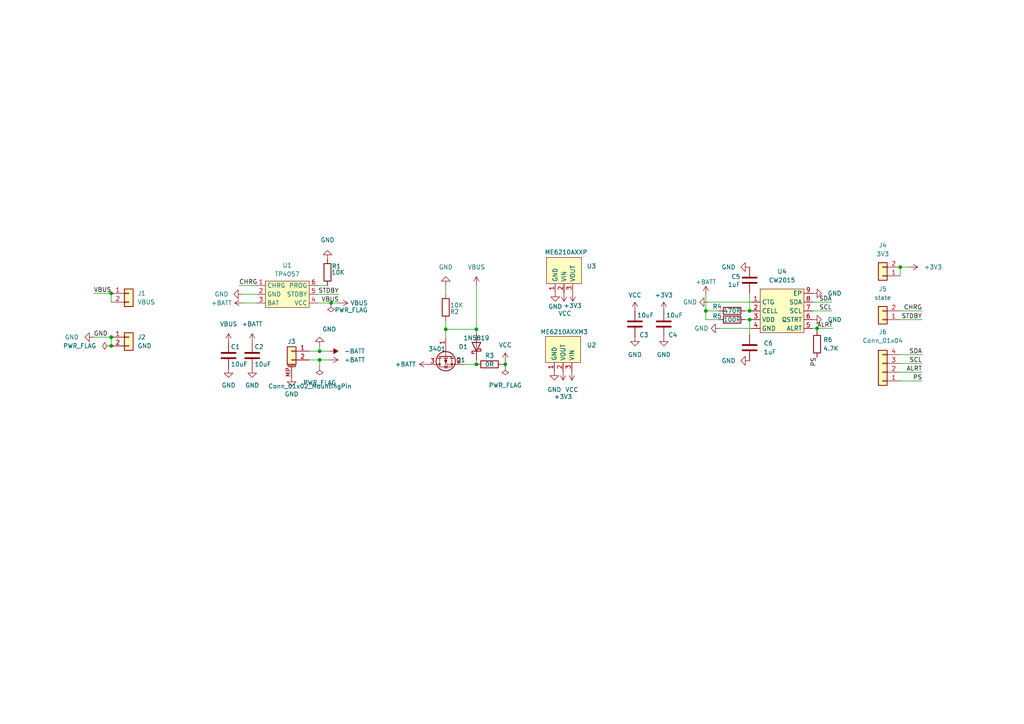
<source format=kicad_sch>
(kicad_sch (version 20211123) (generator eeschema)
  (paper "A4")
  (lib_symbols
    (symbol "4056M:CW2015"
      (property "Reference" "U" (at -2.54 -7.62 0))
      (property "Value" "CW2015" (at 0 7.62 0))
      (symbol "CW2015_0_1"
        (rectangle (start -3.81 6.35) (end 8.89 -6.35) (fill (type background)))
      )
      (symbol "CW2015_1_1"
        (pin bidirectional line (at -6.35 2.54 0) (length 2.54) (name "CTG") (number "1"))
        (pin bidirectional line (at -6.35 0 0) (length 2.54) (name "CELL") (number "2"))
        (pin bidirectional line (at -6.35 -2.54 0) (length 2.54) (name "VDD") (number "3"))
        (pin bidirectional line (at -6.35 -5.08 0) (length 2.54) (name "GND") (number "4"))
        (pin bidirectional line (at 11.43 -5.08 180) (length 2.54) (name "ALRT") (number "5"))
        (pin bidirectional line (at 11.43 -2.54 180) (length 2.54) (name "QSTRT") (number "6"))
        (pin bidirectional line (at 11.43 0 180) (length 2.54) (name "SCL") (number "7"))
        (pin bidirectional line (at 11.43 2.54 180) (length 2.54) (name "SDA") (number "8"))
        (pin bidirectional line (at 11.43 5.08 180) (length 2.54) (name "EP") (number "9"))
      )
    )
    (symbol "4056M:ME6210AXXM3"
      (property "Reference" "U" (at -2.54 6.35 0))
      (property "Value" "ME6210AXXM3" (at 0 -6.35 0))
      (symbol "ME6210AXXM3_0_1"
        (rectangle (start -3.81 5.08) (end 3.81 -5.08) (fill (type background)))
      )
      (symbol "ME6210AXXM3_1_1"
        (pin power_in line (at -6.35 2.54 0) (length 2.54) (name "GND") (number "1"))
        (pin power_out line (at -6.35 0 0) (length 2.54) (name "VOUT") (number "2"))
        (pin power_in line (at -6.35 -2.54 0) (length 2.54) (name "VIN") (number "3"))
      )
    )
    (symbol "4056M:ME6210AXXP"
      (property "Reference" "U" (at -2.54 6.35 0))
      (property "Value" "ME6210AXXP" (at 1.27 -6.35 0))
      (symbol "ME6210AXXP_0_1"
        (rectangle (start -3.81 5.08) (end 3.81 -5.08) (fill (type background)))
      )
      (symbol "ME6210AXXP_1_1"
        (pin power_in line (at -6.35 2.54 0) (length 2.54) (name "GND") (number "1"))
        (pin power_in line (at -6.35 0 0) (length 2.54) (name "VIN") (number "2"))
        (pin power_out line (at -6.35 -2.54 0) (length 2.54) (name "VOUT") (number "3"))
      )
    )
    (symbol "4056M:TP4057"
      (property "Reference" "U" (at -5.08 -5.08 0))
      (property "Value" "TP4057" (at -2.54 5.08 0))
      (symbol "TP4057_0_1"
        (rectangle (start -6.35 3.81) (end 6.35 -3.81) (fill (type background)))
      )
      (symbol "TP4057_1_1"
        (pin output line (at -8.89 2.54 0) (length 2.54) (name "CHRG") (number "1"))
        (pin bidirectional line (at -8.89 0 0) (length 2.54) (name "GND") (number "2"))
        (pin bidirectional line (at -8.89 -2.54 0) (length 2.54) (name "BAT") (number "3"))
        (pin bidirectional line (at 8.89 -2.54 180) (length 2.54) (name "VCC") (number "4"))
        (pin output line (at 8.89 0 180) (length 2.54) (name "STDBY") (number "5"))
        (pin bidirectional line (at 8.89 2.54 180) (length 2.54) (name "PROG") (number "6"))
      )
    )
    (symbol "Connector_Generic:Conn_01x02" (pin_names (offset 1.016) hide)
      (property "Reference" "J" (at 0 2.54 0))
      (property "Value" "Conn_01x02" (at 0 -5.08 0))
      (symbol "Conn_01x02_1_1"
        (rectangle (start -1.27 -2.413) (end 0 -2.667) (stroke (width 0.1524)))
        (rectangle (start -1.27 0.127) (end 0 -0.127) (stroke (width 0.1524)))
        (rectangle (start -1.27 1.27) (end 1.27 -3.81) (stroke (width 0.254)) (fill (type background)))
        (pin passive line (at -5.08 0 0) (length 3.81) (name "Pin_1") (number "1"))
        (pin passive line (at -5.08 -2.54 0) (length 3.81) (name "Pin_2") (number "2"))
      )
    )
    (symbol "Connector_Generic:Conn_01x04" (pin_names (offset 1.016) hide)
      (property "Reference" "J" (at 0 5.08 0))
      (property "Value" "Conn_01x04" (at 0 -7.62 0))
      (symbol "Conn_01x04_1_1"
        (rectangle (start -1.27 -4.953) (end 0 -5.207) (stroke (width 0.1524)))
        (rectangle (start -1.27 -2.413) (end 0 -2.667) (stroke (width 0.1524)))
        (rectangle (start -1.27 0.127) (end 0 -0.127) (stroke (width 0.1524)))
        (rectangle (start -1.27 2.667) (end 0 2.413) (stroke (width 0.1524)))
        (rectangle (start -1.27 3.81) (end 1.27 -6.35) (stroke (width 0.254)) (fill (type background)))
        (pin passive line (at -5.08 2.54 0) (length 3.81) (name "Pin_1") (number "1"))
        (pin passive line (at -5.08 0 0) (length 3.81) (name "Pin_2") (number "2"))
        (pin passive line (at -5.08 -2.54 0) (length 3.81) (name "Pin_3") (number "3"))
        (pin passive line (at -5.08 -5.08 0) (length 3.81) (name "Pin_4") (number "4"))
      )
    )
    (symbol "Connector_Generic_MountingPin:Conn_01x02_MountingPin" (pin_names (offset 1.016) hide)
      (property "Reference" "J" (at 0 2.54 0))
      (property "Value" "Conn_01x02_MountingPin" (at 1.27 -5.08 0))
      (symbol "Conn_01x02_MountingPin_1_1"
        (rectangle (start -1.27 -2.413) (end 0 -2.667) (stroke (width 0.1524)))
        (rectangle (start -1.27 0.127) (end 0 -0.127) (stroke (width 0.1524)))
        (rectangle (start -1.27 1.27) (end 1.27 -3.81) (stroke (width 0.254)) (fill (type background)))
        (polyline (pts (xy -1.016 -4.572) (xy 1.016 -4.572)) (stroke (width 0.1524)))
        (text "Mounting" (at 0 -4.191 0) (effects (font (size 0.381 0.381))))
        (pin passive line (at -5.08 0 0) (length 3.81) (name "Pin_1") (number "1"))
        (pin passive line (at -5.08 -2.54 0) (length 3.81) (name "Pin_2") (number "2"))
        (pin passive line (at 0 -7.62 90) (length 3.048) (name "MountPin") (number "MP"))
      )
    )
    (symbol "Device:C" (pin_numbers hide) (pin_names (offset 0.254))
      (property "Reference" "C" (at 0.635 2.54 0))
      (property "Value" "C" (at 0.635 -2.54 0))
      (symbol "C_0_1"
        (polyline (pts (xy -2.032 -0.762) (xy 2.032 -0.762)) (stroke (width 0.508)))
        (polyline (pts (xy -2.032 0.762) (xy 2.032 0.762)) (stroke (width 0.508)))
      )
      (symbol "C_1_1"
        (pin passive line (at 0 3.81 270) (length 2.794) (name "~") (number "1"))
        (pin passive line (at 0 -3.81 90) (length 2.794) (name "~") (number "2"))
      )
    )
    (symbol "Device:Q_PMOS_GSD" (pin_names (offset 0) hide)
      (property "Reference" "Q" (at 5.08 1.27 0))
      (property "Value" "Q_PMOS_GSD" (at 5.08 -1.27 0))
      (symbol "Q_PMOS_GSD_0_1"
        (polyline (pts (xy 0.254 0) (xy -2.54 0)))
        (polyline (pts (xy 0.254 1.905) (xy 0.254 -1.905)) (stroke (width 0.254)))
        (polyline (pts (xy 0.762 -1.27) (xy 0.762 -2.286)) (stroke (width 0.254)))
        (polyline (pts (xy 0.762 0.508) (xy 0.762 -0.508)) (stroke (width 0.254)))
        (polyline (pts (xy 0.762 2.286) (xy 0.762 1.27)) (stroke (width 0.254)))
        (polyline (pts (xy 2.54 2.54) (xy 2.54 1.778)))
        (polyline (pts (xy 2.54 -2.54) (xy 2.54 0) (xy 0.762 0)))
        (polyline (pts (xy 0.762 1.778) (xy 3.302 1.778) (xy 3.302 -1.778) (xy 0.762 -1.778)))
        (polyline (pts (xy 2.286 0) (xy 1.27 0.381) (xy 1.27 -0.381) (xy 2.286 0)) (fill (type outline)))
        (polyline (pts (xy 2.794 -0.508) (xy 2.921 -0.381) (xy 3.683 -0.381) (xy 3.81 -0.254)))
        (polyline (pts (xy 3.302 -0.381) (xy 2.921 0.254) (xy 3.683 0.254) (xy 3.302 -0.381)))
        (circle (center 1.651 0) (radius 2.794) (stroke (width 0.254)))
        (circle (center 2.54 -1.778) (radius 0.254) (fill (type outline)))
        (circle (center 2.54 1.778) (radius 0.254) (fill (type outline)))
      )
      (symbol "Q_PMOS_GSD_1_1"
        (pin input line (at -5.08 0 0) (length 2.54) (name "G") (number "1"))
        (pin passive line (at 2.54 -5.08 90) (length 2.54) (name "S") (number "2"))
        (pin passive line (at 2.54 5.08 270) (length 2.54) (name "D") (number "3"))
      )
    )
    (symbol "Device:R" (pin_numbers hide) (pin_names (offset 0))
      (property "Reference" "R" (at 2.032 0 90))
      (property "Value" "R" (at 0 0 90))
      (symbol "R_0_1"
        (rectangle (start -1.016 -2.54) (end 1.016 2.54) (stroke (width 0.254)))
      )
      (symbol "R_1_1"
        (pin passive line (at 0 3.81 270) (length 1.27) (name "~") (number "1"))
        (pin passive line (at 0 -3.81 90) (length 1.27) (name "~") (number "2"))
      )
    )
    (symbol "Diode:1N5819" (pin_numbers hide) (pin_names (offset 1.016) hide)
      (property "Reference" "D" (at 0 2.54 0))
      (property "Value" "1N5819" (at 0 -2.54 0))
      (symbol "1N5819_0_1"
        (polyline (pts (xy 1.27 0) (xy -1.27 0)))
        (polyline (pts (xy 1.27 1.27) (xy 1.27 -1.27) (xy -1.27 0) (xy 1.27 1.27)) (stroke (width 0.254)))
        (polyline (pts (xy -1.905 0.635) (xy -1.905 1.27) (xy -1.27 1.27) (xy -1.27 -1.27) (xy -0.635 -1.27) (xy -0.635 -0.635)) (stroke (width 0.254)))
      )
      (symbol "1N5819_1_1"
        (pin passive line (at -3.81 0 0) (length 2.54) (name "K") (number "1"))
        (pin passive line (at 3.81 0 180) (length 2.54) (name "A") (number "2"))
      )
    )
    (symbol "power:+3V3" (power) (pin_names (offset 0))
      (property "Value" "+3V3" (at 0 3.556 0))
      (symbol "+3V3_0_1"
        (polyline (pts (xy -0.762 1.27) (xy 0 2.54)))
        (polyline (pts (xy 0 0) (xy 0 2.54)))
        (polyline (pts (xy 0 2.54) (xy 0.762 1.27)))
      )
      (symbol "+3V3_1_1"
        (pin power_in line (at 0 0 90) (length 0) hide (name "+3V3") (number "1"))
      )
    )
    (symbol "power:+BATT" (power) (pin_names (offset 0))
      (property "Value" "+BATT" (at 0 3.556 0))
      (symbol "+BATT_0_1"
        (polyline (pts (xy -0.762 1.27) (xy 0 2.54)))
        (polyline (pts (xy 0 0) (xy 0 2.54)))
        (polyline (pts (xy 0 2.54) (xy 0.762 1.27)))
      )
      (symbol "+BATT_1_1"
        (pin power_in line (at 0 0 90) (length 0) hide (name "+BATT") (number "1"))
      )
    )
    (symbol "power:-BATT" (power) (pin_names (offset 0))
      (property "Value" "-BATT" (at 0 3.556 0))
      (symbol "-BATT_0_1"
        (polyline (pts (xy 0 0) (xy 0 2.54)))
        (polyline (pts (xy 0.762 1.27) (xy -0.762 1.27) (xy 0 2.54) (xy 0.762 1.27)) (fill (type outline)))
      )
      (symbol "-BATT_1_1"
        (pin power_in line (at 0 0 90) (length 0) hide (name "-BATT") (number "1"))
      )
    )
    (symbol "power:GND" (power) (pin_names (offset 0))
      (property "Value" "GND" (at 0 -3.81 0))
      (symbol "GND_0_1"
        (polyline (pts (xy 0 0) (xy 0 -1.27) (xy 1.27 -1.27) (xy 0 -2.54) (xy -1.27 -1.27) (xy 0 -1.27)))
      )
      (symbol "GND_1_1"
        (pin power_in line (at 0 0 270) (length 0) hide (name "GND") (number "1"))
      )
    )
    (symbol "power:PWR_FLAG" (power) (pin_numbers hide) (pin_names (offset 0) hide)
      (property "Value" "PWR_FLAG" (at 0 3.81 0))
      (symbol "PWR_FLAG_0_0"
        (pin power_out line (at 0 0 90) (length 0) (name "pwr") (number "1"))
      )
      (symbol "PWR_FLAG_0_1"
        (polyline (pts (xy 0 0) (xy 0 1.27) (xy -1.016 1.905) (xy 0 2.54) (xy 1.016 1.905) (xy 0 1.27)))
      )
    )
    (symbol "power:VBUS" (power) (pin_names (offset 0))
      (property "Value" "VBUS" (at 0 3.81 0))
      (symbol "VBUS_0_1"
        (polyline (pts (xy -0.762 1.27) (xy 0 2.54)))
        (polyline (pts (xy 0 0) (xy 0 2.54)))
        (polyline (pts (xy 0 2.54) (xy 0.762 1.27)))
      )
      (symbol "VBUS_1_1"
        (pin power_in line (at 0 0 90) (length 0) hide (name "VBUS") (number "1"))
      )
    )
    (symbol "power:VCC" (power) (pin_names (offset 0))
      (property "Value" "VCC" (at 0 3.81 0))
      (symbol "VCC_0_1"
        (polyline (pts (xy -0.762 1.27) (xy 0 2.54)))
        (polyline (pts (xy 0 0) (xy 0 2.54)))
        (polyline (pts (xy 0 2.54) (xy 0.762 1.27)))
      )
      (symbol "VCC_1_1"
        (pin power_in line (at 0 0 90) (length 0) hide (name "VCC") (number "1"))
      )
    )
  )
  (junction (at 92.71 101.854))
  (junction (at 217.424 90.17))
  (junction (at 217.424 92.71))
  (junction (at 32.258 85.09))
  (junction (at 138.176 105.664))
  (junction (at 236.982 95.25))
  (junction (at 129.286 95.504))
  (junction (at 32.258 97.79))
  (junction (at 138.176 95.504))
  (junction (at 261.112 77.47))
  (junction (at 146.558 105.664))
  (junction (at 32.258 100.33))
  (junction (at 96.012 87.884))
  (junction (at 204.724 90.17))
  (junction (at 92.71 104.394))
  (wire (pts (xy 261.112 110.49) (xy 267.462 110.49)))
  (wire (pts (xy 27.178 85.09) (xy 32.258 85.09)))
  (wire (pts (xy 208.534 90.17) (xy 204.724 90.17)))
  (wire (pts (xy 204.724 92.71) (xy 208.534 92.71)))
  (wire (pts (xy 204.724 85.598) (xy 204.724 90.17)))
  (wire (pts (xy 138.176 95.504) (xy 129.286 95.504)))
  (wire (pts (xy 261.112 77.47) (xy 263.652 77.47)))
  (wire (pts (xy 146.558 105.664) (xy 146.558 106.172)))
  (wire (pts (xy 129.286 82.804) (xy 129.286 85.344)))
  (wire (pts (xy 236.982 95.25) (xy 236.982 96.012)))
  (wire (pts (xy 129.286 92.964) (xy 129.286 95.504)))
  (wire (pts (xy 89.662 104.394) (xy 92.71 104.394)))
  (wire (pts (xy 261.112 102.87) (xy 267.462 102.87)))
  (wire (pts (xy 217.424 92.71) (xy 217.424 97.028)))
  (wire (pts (xy 138.176 104.394) (xy 138.176 105.664)))
  (wire (pts (xy 261.112 77.47) (xy 261.112 80.01)))
  (wire (pts (xy 216.154 90.17) (xy 217.424 90.17)))
  (wire (pts (xy 217.424 85.09) (xy 217.424 90.17)))
  (wire (pts (xy 92.71 100.33) (xy 92.71 101.854)))
  (wire (pts (xy 138.176 95.504) (xy 138.176 96.774)))
  (wire (pts (xy 92.71 101.854) (xy 95.504 101.854)))
  (wire (pts (xy 205.486 87.63) (xy 217.932 87.63)))
  (wire (pts (xy 129.286 95.504) (xy 129.286 98.044)))
  (wire (pts (xy 235.712 95.25) (xy 236.982 95.25)))
  (wire (pts (xy 92.71 104.394) (xy 95.504 104.394)))
  (wire (pts (xy 235.712 87.63) (xy 241.3 87.63)))
  (wire (pts (xy 74.422 87.884) (xy 70.612 87.884)))
  (wire (pts (xy 261.112 90.17) (xy 267.462 90.17)))
  (wire (pts (xy 204.724 90.17) (xy 204.724 92.71)))
  (wire (pts (xy 92.202 87.884) (xy 96.012 87.884)))
  (wire (pts (xy 261.112 105.41) (xy 267.462 105.41)))
  (wire (pts (xy 69.342 82.804) (xy 74.422 82.804)))
  (wire (pts (xy 32.258 97.79) (xy 32.258 100.33)))
  (wire (pts (xy 96.012 87.884) (xy 98.298 87.884)))
  (wire (pts (xy 145.796 105.664) (xy 146.558 105.664)))
  (wire (pts (xy 92.71 104.394) (xy 92.71 106.172)))
  (wire (pts (xy 146.558 104.902) (xy 146.558 105.664)))
  (wire (pts (xy 217.424 92.71) (xy 217.932 92.71)))
  (wire (pts (xy 236.982 95.25) (xy 241.554 95.25)))
  (wire (pts (xy 138.176 82.804) (xy 138.176 95.504)))
  (wire (pts (xy 27.178 97.79) (xy 32.258 97.79)))
  (wire (pts (xy 217.424 90.17) (xy 217.932 90.17)))
  (wire (pts (xy 92.202 82.804) (xy 94.996 82.804)))
  (wire (pts (xy 208.788 95.25) (xy 217.932 95.25)))
  (wire (pts (xy 235.712 90.17) (xy 241.3 90.17)))
  (wire (pts (xy 74.422 85.344) (xy 70.358 85.344)))
  (wire (pts (xy 138.176 105.664) (xy 134.366 105.664)))
  (wire (pts (xy 92.202 85.344) (xy 98.298 85.344)))
  (wire (pts (xy 89.662 101.854) (xy 92.71 101.854)))
  (wire (pts (xy 32.258 85.09) (xy 32.258 87.63)))
  (wire (pts (xy 261.112 107.95) (xy 267.462 107.95)))
  (wire (pts (xy 216.154 92.71) (xy 217.424 92.71)))
  (wire (pts (xy 261.112 92.71) (xy 267.462 92.71)))
  (label "ALRT" (at 267.462 107.95 180))
  (label "ALRT" (at 241.554 95.25 180))
  (label "VBUS" (at 93.218 87.884 0))
  (label "SDA" (at 241.3 87.63 180))
  (label "PS" (at 267.462 110.49 180))
  (label "SCL" (at 267.462 105.41 180))
  (label "PS" (at 236.982 103.632 270))
  (label "SCL" (at 241.3 90.17 180))
  (label "STDBY" (at 267.462 92.71 180))
  (label "VBUS" (at 27.178 85.09 0))
  (label "GND" (at 27.178 97.79 0))
  (label "CHRG" (at 267.462 90.17 180))
  (label "CHRG" (at 69.342 82.804 0))
  (label "STDBY" (at 98.298 85.344 180))
  (label "SDA" (at 267.462 102.87 180))
  (symbol (lib_id "Connector_Generic:Conn_01x02") (at 37.338 97.79 0) (unit 1)
    (property "Reference" "J2" (at 39.878 97.7899 0) (effects (justify left)))
    (property "Value" "GND" (at 39.878 100.3299 0) (effects (justify left)))
    (property "Footprint" "Connector_PinHeader_1.27mm:PinHeader_1x02_P1.27mm_Vertical" (effects hide))
  )
  (symbol (lib_id "power:GND") (at 92.71 100.33 180) (unit 1)
    (property "Reference" "#PWR08" (effects hide))
    (property "Value" "GND" (at 95.504 95.504 0))
  )
  (symbol (lib_id "power:GND") (at 184.15 97.79 0) (unit 1)
    (property "Reference" "#PWR025" (effects hide))
    (property "Value" "GND" (at 184.15 102.87 0))
  )
  (symbol (lib_id "power:GND") (at 217.424 77.47 270) (unit 1)
    (property "Reference" "#PWR034" (effects hide))
    (property "Value" "GND" (at 213.36 77.4699 90) (effects (justify right)))
  )
  (symbol (lib_id "power:VCC") (at 146.558 104.902 0) (unit 1)
    (property "Reference" "#PWR017" (effects hide))
    (property "Value" "VCC" (at 146.558 100.076 0))
  )
  (symbol (lib_id "Device:C") (at 66.294 103.124 180) (unit 1)
    (property "Reference" "C1" (at 66.929 100.584 0) (effects (justify right)))
    (property "Value" "10uF" (at 66.929 105.664 0) (effects (justify right)))
    (property "Footprint" "Capacitor_SMD:C_0805_2012Metric" (effects hide))
  )
  (symbol (lib_id "power:GND") (at 192.532 97.79 0) (unit 1)
    (property "Reference" "#PWR027" (effects hide))
    (property "Value" "GND" (at 192.532 102.87 0))
  )
  (symbol (lib_id "Device:C") (at 184.15 93.98 180) (unit 1)
    (property "Reference" "C3" (at 185.42 97.155 0) (effects (justify right)))
    (property "Value" "10uF" (at 184.785 91.44 0) (effects (justify right)))
    (property "Footprint" "Capacitor_SMD:C_0805_2012Metric" (effects hide))
  )
  (symbol (lib_id "power:GND") (at 129.286 82.804 180) (unit 1)
    (property "Reference" "#PWR015" (effects hide))
    (property "Value" "GND" (at 129.286 77.47 0))
  )
  (symbol (lib_id "4056M:ME6210AXXM3") (at 163.322 101.346 90) (unit 1)
    (property "Reference" "U2" (at 170.18 100.0759 90) (effects (justify right)))
    (property "Value" "ME6210AXXM3" (at 156.718 96.266 90) (effects (justify right)))
    (property "Footprint" "Package_TO_SOT_SMD:SOT-23-3" (effects hide))
  )
  (symbol (lib_id "Connector_Generic:Conn_01x02") (at 256.032 80.01 180) (unit 1)
    (property "Reference" "J4" (at 256.032 71.12 0))
    (property "Value" "3V3" (at 256.032 73.66 0))
    (property "Footprint" "Connector_PinHeader_1.27mm:PinHeader_1x02_P1.27mm_Vertical" (effects hide))
  )
  (symbol (lib_id "power:VCC") (at 184.15 90.17 0) (unit 1)
    (property "Reference" "#PWR024" (effects hide))
    (property "Value" "VCC" (at 184.15 85.598 0))
  )
  (symbol (lib_id "Connector_Generic_MountingPin:Conn_01x02_MountingPin") (at 84.582 101.854 0) (mirror y) (unit 1)
    (property "Reference" "J3" (at 84.582 99.06 0))
    (property "Value" "Conn_01x02_MountingPin" (at 89.916 112.014 0))
    (property "Footprint" "Connector_JST:JST_SH_SM02B-SRSS-TB_1x02-1MP_P1.00mm_Horizontal" (effects hide))
  )
  (symbol (lib_id "power:VCC") (at 163.576 84.836 180) (unit 1)
    (property "Reference" "#PWR021" (effects hide))
    (property "Value" "VCC" (at 163.83 90.932 0))
  )
  (symbol (lib_id "power:VCC") (at 165.862 107.696 180) (unit 1)
    (property "Reference" "#PWR022" (effects hide))
    (property "Value" "VCC" (at 165.862 113.03 0))
  )
  (symbol (lib_id "Device:C") (at 192.532 93.98 180) (unit 1)
    (property "Reference" "C4" (at 193.802 97.155 0) (effects (justify right)))
    (property "Value" "10uF" (at 193.167 91.44 0) (effects (justify right)))
    (property "Footprint" "Capacitor_SMD:C_0805_2012Metric" (effects hide))
  )
  (symbol (lib_id "power:GND") (at 70.358 85.344 270) (unit 1)
    (property "Reference" "#PWR013" (effects hide))
    (property "Value" "GND" (at 66.294 85.3441 90) (effects (justify right)))
  )
  (symbol (lib_id "Device:R") (at 141.986 105.664 90) (unit 1)
    (property "Reference" "R3" (at 141.986 103.124 90))
    (property "Value" "0R" (at 141.986 105.664 90))
    (property "Footprint" "Jumper:SolderJumper-2_P1.3mm_Bridged_RoundedPad1.0x1.5mm" (effects hide))
  )
  (symbol (lib_id "Device:C") (at 217.424 81.28 0) (unit 1)
    (property "Reference" "C5" (at 212.09 80.264 0) (effects (justify left)))
    (property "Value" "1uF" (at 211.074 82.55 0) (effects (justify left)))
    (property "Footprint" "Capacitor_SMD:C_0603_1608Metric" (effects hide))
  )
  (symbol (lib_id "power:PWR_FLAG") (at 96.012 87.884 180) (unit 1)
    (property "Reference" "#FLG02" (effects hide))
    (property "Value" "PWR_FLAG" (at 101.854 89.916 0))
  )
  (symbol (lib_id "power:GND") (at 208.788 95.25 270) (unit 1)
    (property "Reference" "#PWR029" (effects hide))
    (property "Value" "GND" (at 205.486 95.2499 90) (effects (justify right)))
  )
  (symbol (lib_id "power:PWR_FLAG") (at 32.258 100.33 90) (unit 1)
    (property "Reference" "#FLG01" (effects hide))
    (property "Value" "PWR_FLAG" (at 27.94 100.3299 90) (effects (justify left)))
  )
  (symbol (lib_id "power:+3V3") (at 263.652 77.47 270) (unit 1)
    (property "Reference" "#PWR0101" (effects hide))
    (property "Value" "+3V3" (at 267.97 77.4699 90) (effects (justify left)))
  )
  (symbol (lib_id "power:+3V3") (at 192.532 90.17 0) (unit 1)
    (property "Reference" "#PWR026" (effects hide))
    (property "Value" "+3V3" (at 192.532 85.598 0))
  )
  (symbol (lib_id "Device:C") (at 217.424 100.838 0) (unit 1)
    (property "Reference" "C6" (at 221.488 99.5679 0) (effects (justify left)))
    (property "Value" "1uF" (at 221.488 102.1079 0) (effects (justify left)))
    (property "Footprint" "Capacitor_SMD:C_0603_1608Metric" (effects hide))
  )
  (symbol (lib_id "power:+BATT") (at 70.612 87.884 90) (unit 1)
    (property "Reference" "#PWR011" (effects hide))
    (property "Value" "+BATT" (at 67.31 87.8841 90) (effects (justify left)))
  )
  (symbol (lib_id "Connector_Generic:Conn_01x02") (at 37.338 85.09 0) (unit 1)
    (property "Reference" "J1" (at 39.878 85.0899 0) (effects (justify left)))
    (property "Value" "VBUS" (at 39.878 87.6299 0) (effects (justify left)))
    (property "Footprint" "Connector_PinHeader_1.27mm:PinHeader_1x02_P1.27mm_Vertical" (effects hide))
  )
  (symbol (lib_id "Connector_Generic:Conn_01x02") (at 256.032 92.71 180) (unit 1)
    (property "Reference" "J5" (at 256.032 83.82 0))
    (property "Value" "state" (at 256.032 86.36 0))
    (property "Footprint" "Connector_PinHeader_1.27mm:PinHeader_1x02_P1.27mm_Vertical" (effects hide))
  )
  (symbol (lib_id "power:+BATT") (at 124.206 105.664 90) (unit 1)
    (property "Reference" "#PWR014" (effects hide))
    (property "Value" "+BATT" (at 120.65 105.6639 90) (effects (justify left)))
  )
  (symbol (lib_id "power:GND") (at 235.712 85.09 90) (unit 1)
    (property "Reference" "#PWR031" (effects hide))
    (property "Value" "GND" (at 240.03 85.0899 90) (effects (justify right)))
  )
  (symbol (lib_id "Device:R") (at 129.286 89.154 0) (unit 1)
    (property "Reference" "R2" (at 131.826 90.424 0))
    (property "Value" "10K" (at 132.461 88.519 0))
    (property "Footprint" "Resistor_SMD:R_0402_1005Metric" (effects hide))
  )
  (symbol (lib_id "Device:R") (at 212.344 92.71 90) (unit 1)
    (property "Reference" "R5" (at 208.026 91.694 90))
    (property "Value" "100R" (at 212.344 92.71 90))
    (property "Footprint" "Resistor_SMD:R_0603_1608Metric" (effects hide))
  )
  (symbol (lib_id "power:GND") (at 73.152 106.934 0) (unit 1)
    (property "Reference" "#PWR06" (effects hide))
    (property "Value" "GND" (at 73.152 111.76 0))
  )
  (symbol (lib_id "power:GND") (at 94.996 75.184 180) (unit 1)
    (property "Reference" "#PWR02" (effects hide))
    (property "Value" "GND" (at 94.996 69.596 0))
  )
  (symbol (lib_id "power:GND") (at 84.582 109.474 0) (unit 1)
    (property "Reference" "#PWR07" (effects hide))
    (property "Value" "GND" (at 84.582 114.3 0))
  )
  (symbol (lib_id "power:GND") (at 160.782 107.696 0) (unit 1)
    (property "Reference" "#PWR018" (effects hide))
    (property "Value" "GND" (at 160.782 113.03 0))
  )
  (symbol (lib_id "Device:Q_PMOS_GSD") (at 129.286 103.124 90) (mirror x) (unit 1)
    (property "Reference" "Q1" (at 135.001 104.394 90) (effects (justify left)))
    (property "Value" "3401" (at 129.286 101.219 90) (effects (justify left)))
    (property "Footprint" "Package_TO_SOT_SMD:SOT-23" (effects hide))
  )
  (symbol (lib_id "power:GND") (at 205.486 87.63 270) (unit 1)
    (property "Reference" "#PWR028" (effects hide))
    (property "Value" "GND" (at 202.184 87.6299 90) (effects (justify right)))
  )
  (symbol (lib_id "power:PWR_FLAG") (at 146.558 106.172 180) (unit 1)
    (property "Reference" "#FLG04" (effects hide))
    (property "Value" "PWR_FLAG" (at 146.558 111.76 0))
  )
  (symbol (lib_id "4056M:ME6210AXXP") (at 163.576 78.486 90) (unit 1)
    (property "Reference" "U3" (at 170.18 77.2159 90) (effects (justify right)))
    (property "Value" "ME6210AXXP" (at 157.988 73.152 90) (effects (justify right)))
    (property "Footprint" "Package_TO_SOT_SMD:SOT-89-3" (effects hide))
  )
  (symbol (lib_id "power:GND") (at 235.712 92.71 90) (unit 1)
    (property "Reference" "#PWR032" (effects hide))
    (property "Value" "GND" (at 240.03 92.7099 90) (effects (justify right)))
  )
  (symbol (lib_id "Connector_Generic:Conn_01x04") (at 256.032 107.95 180) (unit 1)
    (property "Reference" "J6" (at 256.032 96.266 0))
    (property "Value" "Conn_01x04" (at 256.032 98.806 0))
    (property "Footprint" "Connector_PinHeader_1.27mm:PinHeader_1x04_P1.27mm_Vertical" (effects hide))
  )
  (symbol (lib_id "power:VBUS") (at 66.294 99.314 0) (unit 1)
    (property "Reference" "#PWR03" (effects hide))
    (property "Value" "VBUS" (at 66.294 93.98 0))
  )
  (symbol (lib_id "power:GND") (at 217.424 104.648 270) (unit 1)
    (property "Reference" "#PWR035" (effects hide))
    (property "Value" "GND" (at 213.36 104.6479 90) (effects (justify right)))
  )
  (symbol (lib_id "Device:R") (at 212.344 90.17 90) (unit 1)
    (property "Reference" "R4" (at 208.026 88.9 90))
    (property "Value" "470R" (at 212.344 90.17 90))
    (property "Footprint" "Resistor_SMD:R_0603_1608Metric" (effects hide))
  )
  (symbol (lib_id "power:GND") (at 66.294 106.934 0) (unit 1)
    (property "Reference" "#PWR04" (effects hide))
    (property "Value" "GND" (at 66.294 111.76 0))
  )
  (symbol (lib_id "4056M:CW2015") (at 224.282 90.17 0) (unit 1)
    (property "Reference" "U4" (at 226.822 78.74 0))
    (property "Value" "CW2015" (at 226.822 81.28 0))
    (property "Footprint" "Package_DFN_QFN:TDFN-8-1EP_3x2mm_P0.5mm_EP1.4x1.4mm" (effects hide))
  )
  (symbol (lib_id "power:+3V3") (at 166.116 84.836 180) (unit 1)
    (property "Reference" "#PWR023" (effects hide))
    (property "Value" "+3V3" (at 166.116 88.646 0))
  )
  (symbol (lib_id "4056M:TP4057") (at 83.312 85.344 0) (unit 1)
    (property "Reference" "U1" (at 83.312 76.962 0))
    (property "Value" "TP4057" (at 83.312 79.502 0))
    (property "Footprint" "Package_TO_SOT_SMD:SOT-23-6" (effects hide))
  )
  (symbol (lib_id "power:GND") (at 161.036 84.836 0) (unit 1)
    (property "Reference" "#PWR019" (effects hide))
    (property "Value" "GND" (at 161.036 88.9 0))
  )
  (symbol (lib_id "power:VBUS") (at 98.298 87.884 270) (unit 1)
    (property "Reference" "#PWR012" (effects hide))
    (property "Value" "VBUS" (at 101.6 87.8839 90) (effects (justify left)))
  )
  (symbol (lib_id "power:-BATT") (at 95.504 101.854 270) (unit 1)
    (property "Reference" "#PWR09" (effects hide))
    (property "Value" "-BATT" (at 99.822 101.8539 90) (effects (justify left)))
  )
  (symbol (lib_id "power:GND") (at 27.178 97.79 270) (unit 1)
    (property "Reference" "#PWR01" (effects hide))
    (property "Value" "GND" (at 22.86 97.7899 90) (effects (justify right)))
  )
  (symbol (lib_id "Device:R") (at 236.982 99.822 180) (unit 1)
    (property "Reference" "R6" (at 238.76 98.5519 0) (effects (justify right)))
    (property "Value" "4.7K" (at 238.76 101.0919 0) (effects (justify right)))
    (property "Footprint" "Resistor_SMD:R_0603_1608Metric" (effects hide))
  )
  (symbol (lib_id "Device:C") (at 73.152 103.124 180) (unit 1)
    (property "Reference" "C2" (at 73.787 100.584 0) (effects (justify right)))
    (property "Value" "10uF" (at 73.787 105.664 0) (effects (justify right)))
    (property "Footprint" "Capacitor_SMD:C_0603_1608Metric" (effects hide))
  )
  (symbol (lib_id "power:VBUS") (at 138.176 82.804 0) (unit 1)
    (property "Reference" "#PWR016" (effects hide))
    (property "Value" "VBUS" (at 138.176 77.47 0))
  )
  (symbol (lib_id "Diode:1N5819") (at 138.176 100.584 90) (unit 1)
    (property "Reference" "D1" (at 134.366 100.584 90))
    (property "Value" "1N5819" (at 138.176 98.044 90))
    (property "Footprint" "Diode_SMD:D_SOD-323" (effects hide))
    (property "Datasheet" "http://www.vishay.com/docs/88525/1n5817.pdf" (effects hide))
  )
  (symbol (lib_id "power:+BATT") (at 204.724 85.598 0) (unit 1)
    (property "Reference" "#PWR030" (effects hide))
    (property "Value" "+BATT" (at 204.724 81.788 0))
  )
  (symbol (lib_id "power:+3V3") (at 163.322 107.696 180) (unit 1)
    (property "Reference" "#PWR020" (effects hide))
    (property "Value" "+3V3" (at 163.322 115.062 0))
  )
  (symbol (lib_id "power:+BATT") (at 73.152 99.314 0) (unit 1)
    (property "Reference" "#PWR05" (effects hide))
    (property "Value" "+BATT" (at 73.152 93.98 0))
  )
  (symbol (lib_id "power:PWR_FLAG") (at 92.71 106.172 180) (unit 1)
    (property "Reference" "#FLG03" (effects hide))
    (property "Value" "PWR_FLAG" (at 92.71 110.998 0))
  )
  (symbol (lib_id "power:+BATT") (at 95.504 104.394 270) (unit 1)
    (property "Reference" "#PWR010" (effects hide))
    (property "Value" "+BATT" (at 99.822 104.3939 90) (effects (justify left)))
  )
  (symbol (lib_id "Device:R") (at 94.996 78.994 0) (unit 1)
    (property "Reference" "R1" (at 97.536 77.216 0))
    (property "Value" "10K" (at 98.044 78.994 0))
    (property "Footprint" "Resistor_SMD:R_0603_1608Metric" (effects hide))
  )
)
</source>
